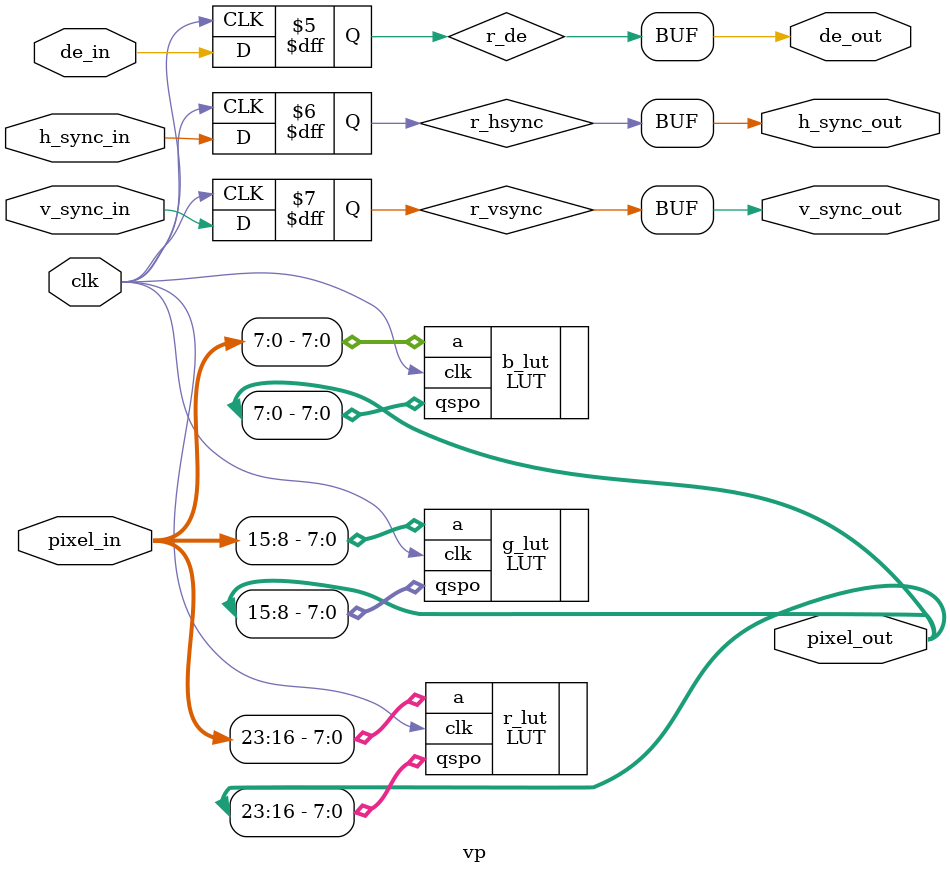
<source format=v>
`timescale 1ns / 1ps


module vp(
    input clk,
    input de_in,
    input h_sync_in,
    input v_sync_in,
    input [23:0] pixel_in,
    output de_out,
    output h_sync_out,
    output v_sync_out,
    output [23:0] pixel_out    
    );
    
    reg    r_de    = 0;
    reg    r_hsync = 0;
    reg    r_vsync = 0;
    
    always @(posedge  clk)
    begin
        r_de <= de_in;
        r_hsync <= h_sync_in;
        r_vsync <= v_sync_in;
    end
    assign    de_out = r_de;
    assign    h_sync_out = r_hsync;
    assign    v_sync_out = r_vsync;
    
    
LUT r_lut(
    .a(pixel_in[23-:8]),
    .clk(clk),
    .qspo(pixel_out[23-:8])
);

LUT g_lut(
    .a(pixel_in[15-:8]),
    .clk(clk),
    .qspo(pixel_out[15-:8])
);

LUT b_lut(
    .a(pixel_in[7-:8]),
    .clk(clk),
    .qspo(pixel_out[7-:8])
);
    
endmodule

</source>
